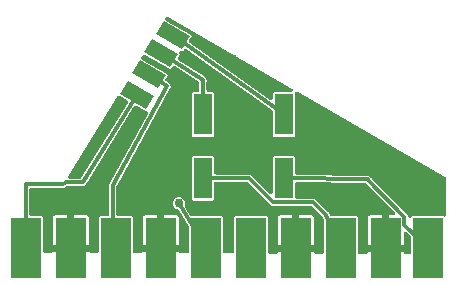
<source format=gbl>
G04 EAGLE Gerber RS-274X export*
G75*
%MOMM*%
%FSLAX34Y34*%
%LPD*%
%INBottom Copper*%
%IPPOS*%
%AMOC8*
5,1,8,0,0,1.08239X$1,22.5*%
G01*
%ADD10R,2.540000X5.080000*%
%ADD11R,1.600000X3.500000*%
%ADD12R,1.270000X2.540000*%
%ADD13C,0.299719*%
%ADD14C,0.756400*%

G36*
X266250Y10437D02*
X266250Y10437D01*
X266289Y10434D01*
X266421Y10456D01*
X266554Y10471D01*
X266591Y10484D01*
X266630Y10491D01*
X266753Y10542D01*
X266879Y10587D01*
X266913Y10608D01*
X266949Y10623D01*
X267057Y10702D01*
X267170Y10774D01*
X267197Y10803D01*
X267229Y10826D01*
X267316Y10927D01*
X267409Y11023D01*
X267430Y11057D01*
X267455Y11087D01*
X267517Y11206D01*
X267585Y11321D01*
X267597Y11358D01*
X267616Y11393D01*
X267649Y11523D01*
X267689Y11650D01*
X267692Y11690D01*
X267702Y11728D01*
X267715Y11930D01*
X267715Y38904D01*
X267710Y38948D01*
X267713Y38993D01*
X267690Y39120D01*
X267675Y39247D01*
X267660Y39289D01*
X267652Y39334D01*
X267581Y39524D01*
X266827Y41183D01*
X266740Y41326D01*
X266656Y41469D01*
X266651Y41475D01*
X266649Y41479D01*
X266639Y41488D01*
X266522Y41622D01*
X257529Y50615D01*
X257419Y50702D01*
X257313Y50794D01*
X257284Y50809D01*
X257258Y50830D01*
X257131Y50890D01*
X257007Y50954D01*
X256975Y50963D01*
X256945Y50977D01*
X256808Y51006D01*
X256672Y51040D01*
X256628Y51043D01*
X256607Y51048D01*
X256574Y51047D01*
X256470Y51054D01*
X223176Y51054D01*
X203092Y71138D01*
X202982Y71225D01*
X202876Y71317D01*
X202847Y71332D01*
X202821Y71353D01*
X202694Y71412D01*
X202570Y71477D01*
X202538Y71485D01*
X202508Y71499D01*
X202371Y71528D01*
X202235Y71563D01*
X202191Y71566D01*
X202170Y71570D01*
X202137Y71570D01*
X202033Y71577D01*
X176123Y71577D01*
X176087Y71573D01*
X176051Y71575D01*
X175916Y71553D01*
X175779Y71537D01*
X175745Y71525D01*
X175710Y71519D01*
X175583Y71466D01*
X175454Y71419D01*
X175424Y71400D01*
X175391Y71386D01*
X175280Y71306D01*
X175165Y71230D01*
X175140Y71204D01*
X175111Y71183D01*
X175021Y71080D01*
X174926Y70980D01*
X174908Y70949D01*
X174885Y70922D01*
X174821Y70801D01*
X174752Y70682D01*
X174741Y70648D01*
X174724Y70616D01*
X174690Y70483D01*
X174650Y70352D01*
X174647Y70316D01*
X174638Y70281D01*
X174625Y70079D01*
X174625Y56468D01*
X173732Y55575D01*
X156468Y55575D01*
X155575Y56468D01*
X155575Y92732D01*
X156468Y93625D01*
X173732Y93625D01*
X174625Y92732D01*
X174625Y79121D01*
X174629Y79085D01*
X174626Y79050D01*
X174649Y78914D01*
X174665Y78778D01*
X174677Y78744D01*
X174683Y78709D01*
X174735Y78582D01*
X174782Y78453D01*
X174802Y78423D01*
X174816Y78390D01*
X174896Y78278D01*
X174971Y78163D01*
X174997Y78139D01*
X175018Y78109D01*
X175122Y78020D01*
X175221Y77925D01*
X175252Y77907D01*
X175279Y77883D01*
X175401Y77820D01*
X175519Y77750D01*
X175554Y77740D01*
X175585Y77723D01*
X175718Y77689D01*
X175849Y77648D01*
X175885Y77646D01*
X175920Y77637D01*
X176123Y77623D01*
X205158Y77623D01*
X221598Y61183D01*
X221680Y61118D01*
X221756Y61046D01*
X221815Y61011D01*
X221869Y60968D01*
X221964Y60924D01*
X222054Y60871D01*
X222120Y60851D01*
X222182Y60822D01*
X222284Y60800D01*
X222384Y60769D01*
X222453Y60765D01*
X222520Y60750D01*
X222625Y60753D01*
X222729Y60746D01*
X222797Y60757D01*
X222866Y60759D01*
X222967Y60785D01*
X223070Y60802D01*
X223133Y60829D01*
X223200Y60846D01*
X223293Y60895D01*
X223389Y60935D01*
X223445Y60975D01*
X223506Y61007D01*
X223584Y61076D01*
X223669Y61137D01*
X223714Y61189D01*
X223766Y61235D01*
X223827Y61320D01*
X223895Y61399D01*
X223927Y61460D01*
X223967Y61516D01*
X224007Y61612D01*
X224056Y61705D01*
X224073Y61771D01*
X224099Y61835D01*
X224116Y61938D01*
X224142Y62040D01*
X224149Y62144D01*
X224154Y62176D01*
X224152Y62198D01*
X224155Y62242D01*
X224155Y92732D01*
X225048Y93625D01*
X242312Y93625D01*
X243205Y92732D01*
X243205Y78976D01*
X243208Y78950D01*
X243206Y78924D01*
X243207Y78918D01*
X243206Y78915D01*
X243213Y78878D01*
X243228Y78779D01*
X243245Y78633D01*
X243253Y78608D01*
X243257Y78582D01*
X243312Y78446D01*
X243362Y78308D01*
X243376Y78286D01*
X243386Y78262D01*
X243471Y78141D01*
X243551Y78018D01*
X243570Y78000D01*
X243585Y77979D01*
X243694Y77881D01*
X243801Y77780D01*
X243824Y77767D01*
X243843Y77749D01*
X243972Y77679D01*
X244099Y77605D01*
X244124Y77597D01*
X244147Y77585D01*
X244289Y77546D01*
X244429Y77503D01*
X244455Y77501D01*
X244481Y77495D01*
X244683Y77478D01*
X304809Y76683D01*
X304816Y76684D01*
X304829Y76683D01*
X306076Y76683D01*
X306945Y75791D01*
X306950Y75786D01*
X306959Y75777D01*
X307840Y74896D01*
X307838Y74733D01*
X307853Y74583D01*
X307864Y74434D01*
X307871Y74412D01*
X307873Y74389D01*
X307922Y74247D01*
X307967Y74104D01*
X307979Y74084D01*
X307986Y74062D01*
X308067Y73936D01*
X308143Y73807D01*
X308163Y73784D01*
X308171Y73771D01*
X308193Y73749D01*
X308276Y73654D01*
X338786Y43144D01*
X338786Y42298D01*
X338798Y42195D01*
X338800Y42090D01*
X338818Y42023D01*
X338826Y41955D01*
X338861Y41857D01*
X338888Y41756D01*
X338920Y41695D01*
X338943Y41630D01*
X339000Y41542D01*
X339049Y41450D01*
X339094Y41398D01*
X339132Y41341D01*
X339208Y41268D01*
X339276Y41190D01*
X339332Y41150D01*
X339382Y41102D01*
X339472Y41049D01*
X339557Y40988D01*
X339621Y40962D01*
X339680Y40927D01*
X339780Y40897D01*
X339877Y40857D01*
X339945Y40846D01*
X340011Y40826D01*
X340115Y40819D01*
X340218Y40802D01*
X340287Y40807D01*
X340355Y40802D01*
X340458Y40819D01*
X340563Y40827D01*
X340629Y40847D01*
X340696Y40858D01*
X340793Y40899D01*
X340893Y40930D01*
X340952Y40965D01*
X341015Y40991D01*
X341100Y41052D01*
X341190Y41106D01*
X341269Y41175D01*
X341295Y41194D01*
X341310Y41210D01*
X341343Y41239D01*
X342268Y42165D01*
X369046Y42165D01*
X369134Y42114D01*
X369193Y42097D01*
X369248Y42071D01*
X369358Y42048D01*
X369466Y42016D01*
X369526Y42012D01*
X369586Y42000D01*
X369699Y42003D01*
X369811Y41996D01*
X369871Y42007D01*
X369932Y42008D01*
X370040Y42037D01*
X370151Y42056D01*
X370207Y42080D01*
X370266Y42095D01*
X370365Y42148D01*
X370469Y42192D01*
X370518Y42228D01*
X370571Y42257D01*
X370656Y42331D01*
X370747Y42398D01*
X370786Y42444D01*
X370832Y42484D01*
X370897Y42576D01*
X370970Y42661D01*
X370998Y42716D01*
X371033Y42765D01*
X371076Y42869D01*
X371127Y42969D01*
X371142Y43028D01*
X371165Y43085D01*
X371183Y43195D01*
X371209Y43305D01*
X371214Y43394D01*
X371220Y43426D01*
X371218Y43451D01*
X371221Y43507D01*
X370894Y74257D01*
X370875Y74410D01*
X370859Y74563D01*
X370853Y74581D01*
X370851Y74599D01*
X370797Y74744D01*
X370746Y74890D01*
X370736Y74906D01*
X370730Y74923D01*
X370645Y75051D01*
X370562Y75182D01*
X370548Y75195D01*
X370538Y75211D01*
X370425Y75316D01*
X370315Y75424D01*
X370295Y75437D01*
X370285Y75446D01*
X370261Y75461D01*
X370147Y75537D01*
X245453Y147694D01*
X245377Y147727D01*
X245306Y147769D01*
X245268Y147780D01*
X245253Y147788D01*
X245210Y147799D01*
X245136Y147831D01*
X245055Y147846D01*
X244976Y147870D01*
X244885Y147876D01*
X244796Y147893D01*
X244713Y147888D01*
X244631Y147894D01*
X244541Y147879D01*
X244450Y147874D01*
X244371Y147851D01*
X244290Y147837D01*
X244206Y147803D01*
X244119Y147777D01*
X244047Y147736D01*
X243971Y147705D01*
X243897Y147651D01*
X243818Y147606D01*
X243758Y147550D01*
X243751Y147546D01*
X243745Y147542D01*
X243743Y147540D01*
X243691Y147502D01*
X243631Y147433D01*
X243565Y147372D01*
X243521Y147307D01*
X243506Y147291D01*
X243502Y147284D01*
X243465Y147241D01*
X243422Y147160D01*
X243372Y147085D01*
X243347Y147020D01*
X243332Y146993D01*
X243327Y146977D01*
X243304Y146935D01*
X243282Y146847D01*
X243250Y146762D01*
X243242Y146702D01*
X243230Y146663D01*
X243228Y146638D01*
X243218Y146600D01*
X243208Y146440D01*
X243205Y146419D01*
X243206Y146411D01*
X243205Y146398D01*
X243205Y110468D01*
X242312Y109575D01*
X225048Y109575D01*
X224155Y110468D01*
X224155Y130904D01*
X224145Y130995D01*
X224144Y131087D01*
X224125Y131166D01*
X224115Y131247D01*
X224084Y131333D01*
X224063Y131423D01*
X224026Y131495D01*
X223998Y131572D01*
X223948Y131649D01*
X223906Y131731D01*
X223854Y131793D01*
X223809Y131862D01*
X223743Y131925D01*
X223684Y131995D01*
X223580Y132080D01*
X223559Y132100D01*
X223547Y132107D01*
X223527Y132124D01*
X151161Y183699D01*
X151067Y183751D01*
X150977Y183811D01*
X150916Y183834D01*
X150858Y183866D01*
X150755Y183895D01*
X150654Y183933D01*
X150588Y183941D01*
X150525Y183959D01*
X150418Y183963D01*
X150311Y183977D01*
X150246Y183971D01*
X150180Y183973D01*
X150074Y183953D01*
X149967Y183942D01*
X149905Y183920D01*
X149840Y183908D01*
X149742Y183864D01*
X149641Y183829D01*
X149585Y183794D01*
X149525Y183767D01*
X149440Y183701D01*
X149349Y183644D01*
X149303Y183597D01*
X149251Y183557D01*
X149182Y183474D01*
X149107Y183397D01*
X149052Y183315D01*
X149031Y183290D01*
X149021Y183269D01*
X148994Y183229D01*
X148528Y182421D01*
X147308Y182095D01*
X147229Y182140D01*
X147133Y182182D01*
X147041Y182232D01*
X147028Y182236D01*
X147022Y182239D01*
X146972Y182251D01*
X146912Y182277D01*
X146809Y182296D01*
X146708Y182323D01*
X146688Y182324D01*
X146687Y182324D01*
X146624Y182329D01*
X146571Y182338D01*
X146524Y182336D01*
X146485Y182338D01*
X146481Y182338D01*
X146440Y182333D01*
X146363Y182336D01*
X146295Y182323D01*
X146226Y182319D01*
X146166Y182302D01*
X146137Y182298D01*
X146100Y182285D01*
X146023Y182270D01*
X145961Y182241D01*
X145895Y182222D01*
X145840Y182191D01*
X145812Y182181D01*
X145779Y182159D01*
X145709Y182127D01*
X145654Y182085D01*
X145594Y182051D01*
X145549Y182009D01*
X145523Y181992D01*
X145494Y181962D01*
X145435Y181916D01*
X145392Y181863D01*
X145341Y181816D01*
X145307Y181766D01*
X145285Y181742D01*
X145262Y181704D01*
X145217Y181648D01*
X145187Y181586D01*
X145148Y181529D01*
X145128Y181475D01*
X145110Y181444D01*
X145096Y181399D01*
X145066Y181337D01*
X145051Y181270D01*
X145027Y181206D01*
X145020Y181151D01*
X145008Y181113D01*
X145005Y181064D01*
X144990Y181000D01*
X144991Y180931D01*
X144982Y180863D01*
X144987Y180812D01*
X144985Y180769D01*
X144993Y180715D01*
X144994Y180654D01*
X145014Y180552D01*
X145018Y180519D01*
X145025Y180499D01*
X145033Y180455D01*
X145350Y179274D01*
X143747Y176497D01*
X143746Y176497D01*
X143614Y176189D01*
X143609Y176180D01*
X143549Y175839D01*
X143563Y175581D01*
X143567Y175495D01*
X143582Y175445D01*
X143615Y175333D01*
X143665Y175163D01*
X143787Y174949D01*
X143836Y174863D01*
X143836Y174862D01*
X144071Y174609D01*
X144234Y174488D01*
X165618Y160741D01*
X165756Y160674D01*
X165891Y160603D01*
X165910Y160598D01*
X165928Y160589D01*
X166078Y160555D01*
X166225Y160517D01*
X166252Y160515D01*
X166265Y160512D01*
X166294Y160512D01*
X166347Y160509D01*
X166894Y159961D01*
X166941Y159925D01*
X166981Y159881D01*
X167143Y159760D01*
X167800Y159338D01*
X167822Y159275D01*
X167867Y159129D01*
X167878Y159112D01*
X167884Y159093D01*
X167966Y158963D01*
X168043Y158832D01*
X168060Y158812D01*
X168068Y158800D01*
X168089Y158780D01*
X168123Y158740D01*
X168123Y157966D01*
X168130Y157907D01*
X168128Y157848D01*
X168158Y157648D01*
X168323Y156885D01*
X168294Y156825D01*
X168223Y156689D01*
X168218Y156670D01*
X168209Y156652D01*
X168175Y156503D01*
X168137Y156355D01*
X168135Y156329D01*
X168132Y156315D01*
X168132Y156286D01*
X168123Y156152D01*
X168123Y149123D01*
X168127Y149087D01*
X168125Y149051D01*
X168147Y148916D01*
X168163Y148779D01*
X168175Y148745D01*
X168181Y148710D01*
X168234Y148583D01*
X168281Y148454D01*
X168300Y148424D01*
X168314Y148391D01*
X168394Y148280D01*
X168470Y148165D01*
X168496Y148140D01*
X168517Y148111D01*
X168620Y148021D01*
X168720Y147926D01*
X168751Y147908D01*
X168778Y147885D01*
X168899Y147821D01*
X169018Y147752D01*
X169052Y147741D01*
X169084Y147724D01*
X169217Y147690D01*
X169348Y147650D01*
X169384Y147647D01*
X169419Y147638D01*
X169621Y147625D01*
X173732Y147625D01*
X174625Y146732D01*
X174625Y110468D01*
X173732Y109575D01*
X156468Y109575D01*
X155575Y110468D01*
X155575Y146732D01*
X156468Y147625D01*
X160579Y147625D01*
X160615Y147629D01*
X160650Y147626D01*
X160786Y147649D01*
X160922Y147665D01*
X160956Y147677D01*
X160991Y147683D01*
X161118Y147735D01*
X161247Y147782D01*
X161277Y147802D01*
X161310Y147816D01*
X161422Y147896D01*
X161537Y147971D01*
X161561Y147997D01*
X161591Y148018D01*
X161680Y148122D01*
X161775Y148221D01*
X161793Y148252D01*
X161817Y148279D01*
X161880Y148401D01*
X161950Y148519D01*
X161960Y148554D01*
X161977Y148585D01*
X162011Y148718D01*
X162052Y148849D01*
X162054Y148885D01*
X162063Y148920D01*
X162077Y149123D01*
X162077Y155012D01*
X162062Y155138D01*
X162055Y155265D01*
X162042Y155309D01*
X162037Y155355D01*
X161993Y155475D01*
X161958Y155597D01*
X161935Y155637D01*
X161919Y155680D01*
X161850Y155787D01*
X161787Y155897D01*
X161756Y155931D01*
X161730Y155969D01*
X161638Y156057D01*
X161552Y156151D01*
X161501Y156189D01*
X161480Y156208D01*
X161453Y156224D01*
X161389Y156272D01*
X141327Y169168D01*
X141263Y169200D01*
X141203Y169240D01*
X141109Y169276D01*
X141017Y169320D01*
X140947Y169336D01*
X140880Y169362D01*
X140779Y169375D01*
X140680Y169397D01*
X140608Y169397D01*
X140537Y169406D01*
X140436Y169396D01*
X140335Y169395D01*
X140265Y169378D01*
X140193Y169371D01*
X140098Y169338D01*
X139999Y169314D01*
X139935Y169281D01*
X139867Y169258D01*
X139781Y169203D01*
X139690Y169157D01*
X139636Y169111D01*
X139575Y169073D01*
X139504Y169000D01*
X139426Y168934D01*
X139383Y168877D01*
X139333Y168826D01*
X139220Y168657D01*
X138368Y167181D01*
X137148Y166855D01*
X116014Y179056D01*
X116000Y179062D01*
X115988Y179071D01*
X115841Y179131D01*
X115697Y179193D01*
X115682Y179196D01*
X115668Y179202D01*
X115512Y179226D01*
X115357Y179254D01*
X115342Y179253D01*
X115326Y179256D01*
X115168Y179244D01*
X115012Y179235D01*
X114997Y179231D01*
X114982Y179230D01*
X114831Y179182D01*
X114680Y179138D01*
X114667Y179130D01*
X114652Y179126D01*
X114517Y179045D01*
X114380Y178967D01*
X114368Y178957D01*
X114355Y178949D01*
X114242Y178840D01*
X114126Y178732D01*
X114118Y178719D01*
X114107Y178709D01*
X113989Y178544D01*
X113081Y177067D01*
X113057Y177016D01*
X113026Y176968D01*
X112985Y176859D01*
X112935Y176754D01*
X112924Y176698D01*
X112904Y176645D01*
X112889Y176530D01*
X112865Y176415D01*
X112867Y176359D01*
X112859Y176302D01*
X112871Y176186D01*
X112874Y176070D01*
X112889Y176015D01*
X112895Y175959D01*
X112933Y175849D01*
X112963Y175736D01*
X112989Y175686D01*
X113008Y175632D01*
X113070Y175534D01*
X113125Y175431D01*
X113162Y175388D01*
X113193Y175340D01*
X113276Y175258D01*
X113353Y175171D01*
X113399Y175138D01*
X113440Y175098D01*
X113608Y174985D01*
X134863Y162714D01*
X135190Y161494D01*
X133457Y158493D01*
X133393Y158346D01*
X133327Y158200D01*
X133325Y158187D01*
X133320Y158176D01*
X133292Y158018D01*
X133261Y157860D01*
X133262Y157848D01*
X133259Y157836D01*
X133268Y157676D01*
X133274Y157515D01*
X133277Y157503D01*
X133278Y157491D01*
X133323Y157337D01*
X133366Y157182D01*
X133372Y157171D01*
X133376Y157159D01*
X133455Y157019D01*
X133532Y156879D01*
X133540Y156870D01*
X133546Y156859D01*
X133656Y156740D01*
X133763Y156622D01*
X133775Y156612D01*
X133781Y156605D01*
X133800Y156593D01*
X133924Y156498D01*
X136130Y155027D01*
X136159Y155012D01*
X136244Y154958D01*
X137262Y154403D01*
X137272Y154386D01*
X137316Y154336D01*
X137545Y153190D01*
X137555Y153158D01*
X137577Y153061D01*
X137904Y151948D01*
X137899Y151929D01*
X137895Y151863D01*
X137247Y150890D01*
X137232Y150860D01*
X137178Y150776D01*
X92106Y68144D01*
X92069Y68052D01*
X92023Y67964D01*
X92005Y67893D01*
X91977Y67824D01*
X91962Y67726D01*
X91937Y67630D01*
X91929Y67514D01*
X91924Y67482D01*
X91926Y67464D01*
X91923Y67427D01*
X91923Y43663D01*
X91927Y43627D01*
X91925Y43591D01*
X91947Y43456D01*
X91963Y43319D01*
X91975Y43285D01*
X91981Y43250D01*
X92034Y43123D01*
X92081Y42994D01*
X92100Y42964D01*
X92114Y42931D01*
X92194Y42820D01*
X92270Y42705D01*
X92296Y42680D01*
X92317Y42651D01*
X92420Y42561D01*
X92520Y42466D01*
X92551Y42448D01*
X92578Y42425D01*
X92699Y42361D01*
X92818Y42292D01*
X92852Y42281D01*
X92884Y42264D01*
X93017Y42230D01*
X93148Y42190D01*
X93184Y42187D01*
X93219Y42178D01*
X93421Y42165D01*
X104772Y42165D01*
X105665Y41272D01*
X105665Y12679D01*
X105668Y12646D01*
X105666Y12614D01*
X105688Y12475D01*
X105705Y12335D01*
X105716Y12305D01*
X105721Y12273D01*
X105774Y12143D01*
X105822Y12010D01*
X105840Y11983D01*
X105852Y11953D01*
X105934Y11839D01*
X106011Y11721D01*
X106034Y11699D01*
X106053Y11672D01*
X106159Y11580D01*
X106261Y11482D01*
X106289Y11466D01*
X106313Y11445D01*
X106438Y11379D01*
X106559Y11308D01*
X106590Y11298D01*
X106619Y11283D01*
X106755Y11247D01*
X106889Y11206D01*
X106922Y11204D01*
X106953Y11196D01*
X107156Y11181D01*
X112794Y11154D01*
X112834Y11159D01*
X112873Y11156D01*
X113005Y11178D01*
X113138Y11193D01*
X113175Y11206D01*
X113214Y11212D01*
X113337Y11264D01*
X113463Y11308D01*
X113497Y11330D01*
X113533Y11345D01*
X113641Y11423D01*
X113754Y11496D01*
X113781Y11524D01*
X113813Y11548D01*
X113900Y11648D01*
X113993Y11745D01*
X114014Y11779D01*
X114039Y11809D01*
X114101Y11927D01*
X114169Y12042D01*
X114181Y12080D01*
X114200Y12115D01*
X114233Y12244D01*
X128041Y12244D01*
X128077Y12248D01*
X128113Y12245D01*
X128248Y12268D01*
X128385Y12283D01*
X128418Y12296D01*
X128454Y12302D01*
X128580Y12354D01*
X128710Y12401D01*
X128740Y12421D01*
X128773Y12434D01*
X128884Y12515D01*
X128999Y12590D01*
X129024Y12616D01*
X129053Y12637D01*
X129143Y12740D01*
X129237Y12840D01*
X129256Y12871D01*
X129279Y12898D01*
X129343Y13020D01*
X129412Y13138D01*
X129423Y13173D01*
X129440Y13204D01*
X129474Y13337D01*
X129514Y13468D01*
X129516Y13504D01*
X129525Y13539D01*
X129539Y13741D01*
X129539Y15241D01*
X129541Y15241D01*
X129541Y13741D01*
X129545Y13706D01*
X129543Y13670D01*
X129565Y13534D01*
X129581Y13398D01*
X129593Y13364D01*
X129599Y13329D01*
X129652Y13202D01*
X129698Y13073D01*
X129718Y13043D01*
X129732Y13010D01*
X129812Y12899D01*
X129887Y12784D01*
X129913Y12759D01*
X129934Y12730D01*
X130038Y12640D01*
X130137Y12545D01*
X130168Y12527D01*
X130195Y12504D01*
X130317Y12440D01*
X130435Y12371D01*
X130470Y12360D01*
X130502Y12343D01*
X130634Y12309D01*
X130766Y12269D01*
X130801Y12266D01*
X130836Y12257D01*
X131039Y12244D01*
X144810Y12244D01*
X144821Y12151D01*
X144832Y12121D01*
X144837Y12089D01*
X144890Y11959D01*
X144938Y11826D01*
X144956Y11799D01*
X144968Y11769D01*
X145050Y11655D01*
X145127Y11537D01*
X145150Y11515D01*
X145169Y11488D01*
X145275Y11396D01*
X145377Y11298D01*
X145405Y11282D01*
X145429Y11261D01*
X145554Y11195D01*
X145675Y11124D01*
X145706Y11114D01*
X145735Y11099D01*
X145871Y11063D01*
X146005Y11022D01*
X146038Y11020D01*
X146069Y11012D01*
X146272Y10997D01*
X151910Y10970D01*
X151950Y10975D01*
X151989Y10972D01*
X152121Y10994D01*
X152254Y11009D01*
X152291Y11022D01*
X152330Y11028D01*
X152453Y11080D01*
X152579Y11124D01*
X152613Y11146D01*
X152649Y11161D01*
X152757Y11239D01*
X152870Y11312D01*
X152897Y11340D01*
X152929Y11364D01*
X153016Y11464D01*
X153109Y11561D01*
X153130Y11595D01*
X153155Y11625D01*
X153217Y11743D01*
X153285Y11858D01*
X153297Y11896D01*
X153316Y11931D01*
X153349Y12060D01*
X153389Y12188D01*
X153392Y12228D01*
X153402Y12266D01*
X153415Y12468D01*
X153415Y32657D01*
X153400Y32786D01*
X153393Y32915D01*
X153380Y32957D01*
X153375Y33000D01*
X153331Y33122D01*
X153294Y33247D01*
X153267Y33300D01*
X153258Y33325D01*
X153241Y33352D01*
X153202Y33427D01*
X144875Y47306D01*
X144783Y47426D01*
X144695Y47547D01*
X144678Y47562D01*
X144664Y47580D01*
X144547Y47675D01*
X144433Y47773D01*
X144413Y47784D01*
X144396Y47798D01*
X144260Y47864D01*
X144127Y47934D01*
X144105Y47939D01*
X144085Y47949D01*
X143938Y47982D01*
X143793Y48020D01*
X143763Y48022D01*
X143748Y48025D01*
X143745Y48025D01*
X141774Y48841D01*
X140281Y50334D01*
X139473Y52284D01*
X139473Y54396D01*
X140281Y56346D01*
X141774Y57839D01*
X143724Y58647D01*
X145836Y58647D01*
X147786Y57839D01*
X149279Y56346D01*
X150087Y54396D01*
X150087Y52284D01*
X149907Y51850D01*
X149885Y51775D01*
X149855Y51703D01*
X149838Y51609D01*
X149812Y51517D01*
X149809Y51440D01*
X149795Y51363D01*
X149801Y51267D01*
X149796Y51172D01*
X149811Y51096D01*
X149815Y51018D01*
X149842Y50926D01*
X149860Y50833D01*
X149892Y50761D01*
X149914Y50687D01*
X149994Y50530D01*
X150000Y50517D01*
X150003Y50513D01*
X150006Y50506D01*
X154575Y42892D01*
X154666Y42773D01*
X154754Y42651D01*
X154772Y42636D01*
X154785Y42618D01*
X154902Y42523D01*
X155016Y42425D01*
X155036Y42414D01*
X155053Y42400D01*
X155189Y42334D01*
X155322Y42264D01*
X155344Y42259D01*
X155364Y42249D01*
X155511Y42216D01*
X155657Y42178D01*
X155686Y42176D01*
X155701Y42173D01*
X155732Y42173D01*
X155859Y42165D01*
X180972Y42165D01*
X181865Y41272D01*
X181865Y12320D01*
X181868Y12288D01*
X181866Y12256D01*
X181888Y12117D01*
X181905Y11977D01*
X181916Y11946D01*
X181921Y11914D01*
X181974Y11784D01*
X182022Y11652D01*
X182040Y11625D01*
X182052Y11595D01*
X182134Y11480D01*
X182211Y11362D01*
X182234Y11340D01*
X182253Y11314D01*
X182359Y11221D01*
X182461Y11124D01*
X182489Y11108D01*
X182513Y11086D01*
X182638Y11020D01*
X182759Y10949D01*
X182790Y10940D01*
X182819Y10925D01*
X182955Y10889D01*
X183089Y10847D01*
X183122Y10845D01*
X183153Y10837D01*
X183356Y10822D01*
X190010Y10791D01*
X190050Y10795D01*
X190089Y10793D01*
X190221Y10815D01*
X190354Y10829D01*
X190391Y10843D01*
X190430Y10849D01*
X190553Y10900D01*
X190679Y10945D01*
X190713Y10967D01*
X190749Y10982D01*
X190857Y11060D01*
X190970Y11133D01*
X190997Y11161D01*
X191029Y11184D01*
X191116Y11285D01*
X191209Y11382D01*
X191230Y11416D01*
X191255Y11446D01*
X191317Y11564D01*
X191385Y11679D01*
X191397Y11717D01*
X191416Y11752D01*
X191449Y11881D01*
X191489Y12009D01*
X191492Y12048D01*
X191502Y12086D01*
X191515Y12289D01*
X191515Y41272D01*
X192408Y42165D01*
X219072Y42165D01*
X219965Y41272D01*
X219965Y12141D01*
X219968Y12109D01*
X219966Y12076D01*
X219988Y11938D01*
X220005Y11798D01*
X220016Y11767D01*
X220021Y11735D01*
X220074Y11605D01*
X220122Y11473D01*
X220140Y11446D01*
X220152Y11416D01*
X220234Y11301D01*
X220311Y11183D01*
X220334Y11161D01*
X220353Y11134D01*
X220459Y11042D01*
X220561Y10945D01*
X220589Y10928D01*
X220613Y10907D01*
X220738Y10841D01*
X220859Y10770D01*
X220890Y10760D01*
X220919Y10745D01*
X221055Y10710D01*
X221189Y10668D01*
X221222Y10666D01*
X221253Y10658D01*
X221456Y10643D01*
X227094Y10617D01*
X227134Y10621D01*
X227173Y10618D01*
X227305Y10640D01*
X227438Y10655D01*
X227475Y10668D01*
X227514Y10675D01*
X227637Y10726D01*
X227763Y10771D01*
X227797Y10792D01*
X227833Y10807D01*
X227941Y10886D01*
X228054Y10958D01*
X228081Y10987D01*
X228113Y11010D01*
X228200Y11111D01*
X228293Y11207D01*
X228314Y11241D01*
X228339Y11271D01*
X228401Y11390D01*
X228469Y11505D01*
X228481Y11542D01*
X228500Y11577D01*
X228533Y11707D01*
X228573Y11834D01*
X228576Y11874D01*
X228586Y11912D01*
X228599Y12114D01*
X228599Y12244D01*
X242341Y12244D01*
X242377Y12248D01*
X242413Y12245D01*
X242548Y12268D01*
X242685Y12283D01*
X242718Y12296D01*
X242754Y12302D01*
X242880Y12354D01*
X243010Y12401D01*
X243040Y12421D01*
X243073Y12434D01*
X243184Y12515D01*
X243299Y12590D01*
X243324Y12616D01*
X243353Y12637D01*
X243443Y12740D01*
X243537Y12840D01*
X243556Y12871D01*
X243579Y12898D01*
X243643Y13020D01*
X243712Y13138D01*
X243723Y13173D01*
X243740Y13204D01*
X243774Y13337D01*
X243814Y13468D01*
X243816Y13504D01*
X243825Y13539D01*
X243839Y13741D01*
X243839Y15241D01*
X243841Y15241D01*
X243841Y13741D01*
X243845Y13706D01*
X243843Y13670D01*
X243865Y13534D01*
X243881Y13398D01*
X243893Y13364D01*
X243899Y13329D01*
X243952Y13202D01*
X243998Y13073D01*
X244018Y13043D01*
X244032Y13010D01*
X244112Y12899D01*
X244187Y12784D01*
X244213Y12759D01*
X244234Y12730D01*
X244338Y12640D01*
X244437Y12545D01*
X244468Y12527D01*
X244495Y12504D01*
X244617Y12440D01*
X244735Y12371D01*
X244770Y12360D01*
X244802Y12343D01*
X244934Y12309D01*
X245066Y12269D01*
X245101Y12266D01*
X245136Y12257D01*
X245339Y12244D01*
X259081Y12244D01*
X259081Y11957D01*
X259084Y11925D01*
X259082Y11892D01*
X259104Y11754D01*
X259121Y11614D01*
X259132Y11583D01*
X259137Y11551D01*
X259190Y11421D01*
X259238Y11289D01*
X259256Y11262D01*
X259268Y11232D01*
X259350Y11117D01*
X259427Y10999D01*
X259450Y10977D01*
X259469Y10950D01*
X259575Y10858D01*
X259677Y10761D01*
X259705Y10744D01*
X259729Y10723D01*
X259854Y10657D01*
X259975Y10586D01*
X260006Y10576D01*
X260035Y10561D01*
X260171Y10526D01*
X260305Y10484D01*
X260338Y10482D01*
X260369Y10474D01*
X260572Y10459D01*
X266210Y10433D01*
X266250Y10437D01*
G37*
G36*
X75750Y11333D02*
X75750Y11333D01*
X75789Y11330D01*
X75921Y11352D01*
X76054Y11367D01*
X76091Y11380D01*
X76130Y11387D01*
X76253Y11438D01*
X76379Y11483D01*
X76413Y11504D01*
X76449Y11520D01*
X76557Y11598D01*
X76670Y11670D01*
X76697Y11699D01*
X76729Y11722D01*
X76816Y11823D01*
X76909Y11919D01*
X76930Y11953D01*
X76955Y11983D01*
X77017Y12102D01*
X77085Y12217D01*
X77097Y12254D01*
X77116Y12289D01*
X77149Y12419D01*
X77189Y12546D01*
X77192Y12586D01*
X77202Y12624D01*
X77215Y12827D01*
X77215Y41272D01*
X78108Y42165D01*
X84379Y42165D01*
X84415Y42169D01*
X84450Y42166D01*
X84586Y42189D01*
X84722Y42205D01*
X84756Y42217D01*
X84791Y42223D01*
X84918Y42275D01*
X85047Y42322D01*
X85077Y42342D01*
X85110Y42356D01*
X85222Y42436D01*
X85337Y42511D01*
X85361Y42537D01*
X85391Y42558D01*
X85480Y42662D01*
X85575Y42761D01*
X85593Y42792D01*
X85617Y42819D01*
X85680Y42941D01*
X85750Y43059D01*
X85760Y43094D01*
X85777Y43125D01*
X85811Y43258D01*
X85852Y43389D01*
X85854Y43425D01*
X85863Y43460D01*
X85877Y43663D01*
X85877Y67929D01*
X85864Y68041D01*
X85860Y68153D01*
X85841Y68240D01*
X85837Y68272D01*
X85828Y68296D01*
X85816Y68351D01*
X85646Y68928D01*
X85694Y69016D01*
X85731Y69108D01*
X85777Y69196D01*
X85795Y69267D01*
X85823Y69336D01*
X85838Y69434D01*
X85863Y69530D01*
X85871Y69646D01*
X85876Y69678D01*
X85874Y69696D01*
X85877Y69733D01*
X85877Y69832D01*
X86302Y70257D01*
X86372Y70346D01*
X86449Y70428D01*
X86496Y70503D01*
X86516Y70528D01*
X86527Y70552D01*
X86558Y70599D01*
X118476Y129116D01*
X118508Y129196D01*
X118549Y129272D01*
X118572Y129356D01*
X118605Y129436D01*
X118618Y129522D01*
X118641Y129605D01*
X118644Y129692D01*
X118658Y129778D01*
X118651Y129864D01*
X118654Y129950D01*
X118637Y130036D01*
X118630Y130122D01*
X118604Y130205D01*
X118587Y130289D01*
X118551Y130369D01*
X118525Y130451D01*
X118480Y130525D01*
X118445Y130604D01*
X118392Y130673D01*
X118347Y130748D01*
X118287Y130809D01*
X118234Y130878D01*
X118166Y130933D01*
X118106Y130995D01*
X118033Y131041D01*
X117966Y131096D01*
X117888Y131134D01*
X117814Y131181D01*
X117733Y131209D01*
X117655Y131247D01*
X117570Y131266D01*
X117488Y131295D01*
X117402Y131304D01*
X117318Y131323D01*
X117231Y131322D01*
X117144Y131331D01*
X117059Y131320D01*
X116972Y131319D01*
X116833Y131292D01*
X108941Y135848D01*
X108930Y135853D01*
X108920Y135860D01*
X108770Y135922D01*
X108624Y135985D01*
X108612Y135987D01*
X108601Y135992D01*
X108441Y136018D01*
X108284Y136046D01*
X108272Y136045D01*
X108260Y136047D01*
X108099Y136036D01*
X107939Y136027D01*
X107927Y136024D01*
X107915Y136023D01*
X107760Y135975D01*
X107607Y135930D01*
X107597Y135924D01*
X107585Y135920D01*
X107446Y135838D01*
X107307Y135759D01*
X107298Y135751D01*
X107287Y135745D01*
X107171Y135633D01*
X107053Y135524D01*
X107047Y135514D01*
X107038Y135506D01*
X106920Y135341D01*
X66749Y70621D01*
X66688Y70493D01*
X66623Y70368D01*
X66615Y70337D01*
X66601Y70308D01*
X66572Y70170D01*
X66537Y70033D01*
X66534Y69991D01*
X66530Y69970D01*
X66531Y69937D01*
X66526Y69870D01*
X66007Y69351D01*
X65963Y69296D01*
X65912Y69247D01*
X65793Y69082D01*
X65405Y68456D01*
X65311Y68422D01*
X65176Y68380D01*
X65149Y68364D01*
X65119Y68353D01*
X65000Y68276D01*
X64879Y68204D01*
X64847Y68176D01*
X64829Y68165D01*
X64822Y68157D01*
X64820Y68156D01*
X64803Y68138D01*
X64756Y68097D01*
X64022Y68097D01*
X63952Y68089D01*
X63881Y68090D01*
X63681Y68057D01*
X62963Y67889D01*
X62873Y67932D01*
X62748Y67997D01*
X62717Y68005D01*
X62688Y68019D01*
X62550Y68048D01*
X62413Y68083D01*
X62371Y68086D01*
X62350Y68090D01*
X62317Y68089D01*
X62211Y68097D01*
X50234Y68097D01*
X50095Y68081D01*
X49955Y68070D01*
X49923Y68061D01*
X49891Y68057D01*
X49759Y68009D01*
X49625Y67967D01*
X49597Y67951D01*
X49566Y67939D01*
X49448Y67863D01*
X49327Y67791D01*
X49294Y67762D01*
X49276Y67750D01*
X49253Y67727D01*
X49175Y67658D01*
X48115Y66598D01*
X19761Y66598D01*
X19725Y66594D01*
X19690Y66596D01*
X19554Y66574D01*
X19418Y66558D01*
X19384Y66546D01*
X19349Y66540D01*
X19222Y66487D01*
X19093Y66441D01*
X19063Y66421D01*
X19030Y66407D01*
X18918Y66327D01*
X18803Y66252D01*
X18779Y66226D01*
X18749Y66205D01*
X18660Y66101D01*
X18565Y66002D01*
X18547Y65971D01*
X18523Y65943D01*
X18460Y65822D01*
X18390Y65704D01*
X18380Y65669D01*
X18363Y65637D01*
X18329Y65505D01*
X18288Y65373D01*
X18286Y65337D01*
X18277Y65303D01*
X18263Y65100D01*
X18263Y43663D01*
X18267Y43627D01*
X18265Y43591D01*
X18287Y43456D01*
X18303Y43319D01*
X18315Y43285D01*
X18321Y43250D01*
X18374Y43123D01*
X18421Y42994D01*
X18440Y42964D01*
X18454Y42931D01*
X18534Y42820D01*
X18610Y42705D01*
X18636Y42680D01*
X18657Y42651D01*
X18760Y42561D01*
X18860Y42466D01*
X18891Y42448D01*
X18918Y42425D01*
X19039Y42361D01*
X19158Y42292D01*
X19192Y42281D01*
X19224Y42264D01*
X19357Y42230D01*
X19488Y42190D01*
X19524Y42187D01*
X19559Y42178D01*
X19761Y42165D01*
X28572Y42165D01*
X29465Y41272D01*
X29465Y13037D01*
X29467Y13018D01*
X29466Y13010D01*
X29468Y13000D01*
X29466Y12972D01*
X29488Y12834D01*
X29505Y12694D01*
X29516Y12663D01*
X29521Y12631D01*
X29574Y12501D01*
X29622Y12369D01*
X29640Y12342D01*
X29652Y12312D01*
X29734Y12197D01*
X29811Y12079D01*
X29834Y12057D01*
X29853Y12031D01*
X29959Y11938D01*
X30061Y11841D01*
X30089Y11825D01*
X30113Y11803D01*
X30238Y11737D01*
X30359Y11666D01*
X30390Y11657D01*
X30419Y11641D01*
X30555Y11606D01*
X30689Y11564D01*
X30722Y11562D01*
X30753Y11554D01*
X30956Y11539D01*
X36594Y11513D01*
X36634Y11517D01*
X36673Y11514D01*
X36805Y11536D01*
X36938Y11551D01*
X36975Y11564D01*
X37014Y11571D01*
X37137Y11622D01*
X37263Y11667D01*
X37297Y11688D01*
X37333Y11704D01*
X37441Y11782D01*
X37554Y11854D01*
X37581Y11883D01*
X37613Y11906D01*
X37700Y12007D01*
X37793Y12103D01*
X37814Y12137D01*
X37839Y12167D01*
X37879Y12244D01*
X51841Y12244D01*
X51877Y12248D01*
X51913Y12245D01*
X52048Y12268D01*
X52185Y12283D01*
X52218Y12296D01*
X52254Y12302D01*
X52380Y12354D01*
X52510Y12401D01*
X52540Y12421D01*
X52573Y12434D01*
X52684Y12515D01*
X52799Y12590D01*
X52824Y12616D01*
X52853Y12637D01*
X52943Y12740D01*
X53037Y12840D01*
X53056Y12871D01*
X53079Y12898D01*
X53143Y13020D01*
X53212Y13138D01*
X53223Y13173D01*
X53240Y13204D01*
X53274Y13337D01*
X53314Y13468D01*
X53316Y13504D01*
X53325Y13539D01*
X53339Y13741D01*
X53339Y15241D01*
X53341Y15241D01*
X53341Y13741D01*
X53345Y13706D01*
X53343Y13670D01*
X53365Y13534D01*
X53381Y13398D01*
X53393Y13364D01*
X53399Y13329D01*
X53452Y13202D01*
X53498Y13073D01*
X53518Y13043D01*
X53532Y13010D01*
X53612Y12899D01*
X53687Y12784D01*
X53713Y12759D01*
X53734Y12730D01*
X53838Y12640D01*
X53937Y12545D01*
X53968Y12527D01*
X53995Y12504D01*
X54117Y12440D01*
X54235Y12371D01*
X54270Y12360D01*
X54302Y12343D01*
X54434Y12309D01*
X54566Y12269D01*
X54601Y12266D01*
X54636Y12257D01*
X54839Y12244D01*
X68717Y12244D01*
X68738Y12185D01*
X68756Y12158D01*
X68768Y12128D01*
X68850Y12013D01*
X68927Y11895D01*
X68950Y11873D01*
X68969Y11847D01*
X69075Y11754D01*
X69177Y11657D01*
X69205Y11641D01*
X69229Y11619D01*
X69354Y11553D01*
X69475Y11482D01*
X69506Y11473D01*
X69535Y11457D01*
X69671Y11422D01*
X69805Y11380D01*
X69838Y11378D01*
X69869Y11370D01*
X70072Y11355D01*
X75710Y11329D01*
X75750Y11333D01*
G37*
G36*
X339910Y10091D02*
X339910Y10091D01*
X339949Y10088D01*
X340081Y10110D01*
X340214Y10124D01*
X340251Y10138D01*
X340290Y10144D01*
X340413Y10196D01*
X340539Y10240D01*
X340573Y10262D01*
X340609Y10277D01*
X340717Y10355D01*
X340830Y10428D01*
X340857Y10456D01*
X340889Y10479D01*
X340977Y10580D01*
X341069Y10677D01*
X341089Y10711D01*
X341115Y10741D01*
X341177Y10859D01*
X341246Y10974D01*
X341257Y11012D01*
X341276Y11047D01*
X341309Y11176D01*
X341349Y11304D01*
X341352Y11343D01*
X341362Y11382D01*
X341375Y11584D01*
X341375Y24569D01*
X341359Y24708D01*
X341349Y24848D01*
X341339Y24879D01*
X341335Y24912D01*
X341288Y25044D01*
X341246Y25178D01*
X341229Y25206D01*
X341218Y25237D01*
X341141Y25354D01*
X341070Y25475D01*
X341041Y25508D01*
X341029Y25526D01*
X341005Y25549D01*
X340937Y25628D01*
X337838Y28727D01*
X337756Y28791D01*
X337680Y28864D01*
X337621Y28899D01*
X337567Y28941D01*
X337472Y28986D01*
X337382Y29038D01*
X337316Y29059D01*
X337254Y29088D01*
X337152Y29109D01*
X337052Y29140D01*
X336983Y29145D01*
X336916Y29159D01*
X336811Y29157D01*
X336707Y29164D01*
X336639Y29152D01*
X336570Y29151D01*
X336469Y29124D01*
X336366Y29107D01*
X336303Y29081D01*
X336236Y29064D01*
X336143Y29015D01*
X336047Y28975D01*
X335991Y28934D01*
X335930Y28902D01*
X335852Y28833D01*
X335767Y28772D01*
X335722Y28720D01*
X335670Y28675D01*
X335609Y28590D01*
X335541Y28511D01*
X335509Y28450D01*
X335469Y28394D01*
X335429Y28297D01*
X335380Y28205D01*
X335363Y28138D01*
X335337Y28074D01*
X335320Y27971D01*
X335294Y27870D01*
X335287Y27766D01*
X335282Y27733D01*
X335284Y27712D01*
X335281Y27668D01*
X335281Y18236D01*
X323036Y18236D01*
X323036Y43181D01*
X326582Y43181D01*
X326686Y43193D01*
X326790Y43195D01*
X326857Y43213D01*
X326925Y43221D01*
X327024Y43256D01*
X327125Y43283D01*
X327186Y43315D01*
X327250Y43338D01*
X327338Y43395D01*
X327430Y43444D01*
X327482Y43489D01*
X327540Y43527D01*
X327612Y43603D01*
X327691Y43671D01*
X327731Y43727D01*
X327778Y43777D01*
X327831Y43867D01*
X327892Y43952D01*
X327918Y44016D01*
X327953Y44075D01*
X327984Y44175D01*
X328024Y44272D01*
X328035Y44340D01*
X328055Y44405D01*
X328062Y44510D01*
X328078Y44613D01*
X328074Y44682D01*
X328078Y44750D01*
X328061Y44853D01*
X328054Y44958D01*
X328033Y45023D01*
X328022Y45091D01*
X327982Y45188D01*
X327951Y45287D01*
X327916Y45347D01*
X327889Y45410D01*
X327828Y45495D01*
X327775Y45585D01*
X327706Y45664D01*
X327687Y45690D01*
X327670Y45704D01*
X327641Y45738D01*
X303145Y70233D01*
X303043Y70314D01*
X302946Y70401D01*
X302908Y70421D01*
X302875Y70448D01*
X302756Y70503D01*
X302642Y70565D01*
X302600Y70577D01*
X302562Y70595D01*
X302434Y70622D01*
X302308Y70656D01*
X302249Y70660D01*
X302223Y70666D01*
X302191Y70665D01*
X302106Y70672D01*
X244722Y71430D01*
X244677Y71426D01*
X244631Y71429D01*
X244505Y71408D01*
X244379Y71395D01*
X244335Y71380D01*
X244290Y71373D01*
X244172Y71324D01*
X244052Y71282D01*
X244013Y71257D01*
X243971Y71240D01*
X243868Y71165D01*
X243760Y71097D01*
X243728Y71064D01*
X243691Y71037D01*
X243608Y70941D01*
X243518Y70850D01*
X243495Y70811D01*
X243465Y70776D01*
X243406Y70663D01*
X243340Y70554D01*
X243326Y70510D01*
X243304Y70470D01*
X243273Y70347D01*
X243234Y70225D01*
X243230Y70180D01*
X243218Y70135D01*
X243205Y69933D01*
X243205Y58599D01*
X243209Y58563D01*
X243206Y58527D01*
X243229Y58392D01*
X243245Y58255D01*
X243257Y58221D01*
X243263Y58186D01*
X243315Y58059D01*
X243362Y57930D01*
X243382Y57900D01*
X243396Y57867D01*
X243476Y57756D01*
X243551Y57641D01*
X243577Y57616D01*
X243598Y57587D01*
X243702Y57497D01*
X243801Y57402D01*
X243832Y57384D01*
X243859Y57361D01*
X243981Y57297D01*
X244099Y57228D01*
X244134Y57217D01*
X244165Y57200D01*
X244298Y57166D01*
X244429Y57126D01*
X244465Y57123D01*
X244500Y57115D01*
X244703Y57101D01*
X259595Y57101D01*
X270685Y46010D01*
X270721Y45982D01*
X270751Y45949D01*
X270856Y45875D01*
X270956Y45796D01*
X270997Y45777D01*
X271034Y45751D01*
X271219Y45667D01*
X271474Y45571D01*
X271653Y45177D01*
X271738Y45037D01*
X271824Y44891D01*
X271829Y44885D01*
X271831Y44881D01*
X271840Y44872D01*
X271958Y44738D01*
X272263Y44432D01*
X272263Y44159D01*
X272269Y44115D01*
X272266Y44070D01*
X272288Y43943D01*
X272303Y43816D01*
X272318Y43774D01*
X272326Y43729D01*
X272398Y43539D01*
X272623Y43043D01*
X272656Y42989D01*
X272680Y42931D01*
X272745Y42841D01*
X272802Y42747D01*
X272846Y42702D01*
X272882Y42651D01*
X272966Y42579D01*
X273043Y42499D01*
X273096Y42466D01*
X273144Y42425D01*
X273241Y42373D01*
X273335Y42314D01*
X273394Y42293D01*
X273450Y42264D01*
X273557Y42237D01*
X273661Y42201D01*
X273724Y42194D01*
X273785Y42178D01*
X273987Y42165D01*
X295272Y42165D01*
X296165Y41272D01*
X296165Y11783D01*
X296168Y11750D01*
X296166Y11718D01*
X296188Y11579D01*
X296205Y11439D01*
X296216Y11409D01*
X296221Y11377D01*
X296274Y11246D01*
X296322Y11114D01*
X296340Y11087D01*
X296352Y11057D01*
X296434Y10943D01*
X296511Y10825D01*
X296534Y10802D01*
X296553Y10776D01*
X296659Y10683D01*
X296761Y10586D01*
X296789Y10570D01*
X296813Y10549D01*
X296938Y10483D01*
X297059Y10412D01*
X297090Y10402D01*
X297119Y10387D01*
X297255Y10351D01*
X297389Y10310D01*
X297422Y10308D01*
X297453Y10299D01*
X297656Y10285D01*
X303294Y10258D01*
X303334Y10263D01*
X303373Y10260D01*
X303505Y10282D01*
X303638Y10296D01*
X303675Y10310D01*
X303714Y10316D01*
X303837Y10368D01*
X303963Y10412D01*
X303997Y10434D01*
X304033Y10449D01*
X304141Y10527D01*
X304254Y10600D01*
X304281Y10628D01*
X304313Y10651D01*
X304400Y10752D01*
X304493Y10849D01*
X304514Y10883D01*
X304539Y10913D01*
X304601Y11031D01*
X304669Y11146D01*
X304681Y11184D01*
X304700Y11219D01*
X304733Y11348D01*
X304773Y11476D01*
X304776Y11515D01*
X304786Y11554D01*
X304799Y11756D01*
X304799Y12244D01*
X318541Y12244D01*
X318577Y12248D01*
X318613Y12245D01*
X318748Y12268D01*
X318885Y12283D01*
X318918Y12296D01*
X318954Y12302D01*
X319080Y12354D01*
X319210Y12401D01*
X319240Y12421D01*
X319273Y12434D01*
X319384Y12515D01*
X319499Y12590D01*
X319524Y12616D01*
X319553Y12637D01*
X319643Y12740D01*
X319737Y12840D01*
X319756Y12871D01*
X319779Y12898D01*
X319843Y13020D01*
X319912Y13138D01*
X319923Y13173D01*
X319940Y13204D01*
X319974Y13337D01*
X320014Y13468D01*
X320016Y13504D01*
X320025Y13539D01*
X320039Y13741D01*
X320039Y15241D01*
X320041Y15241D01*
X320041Y13741D01*
X320045Y13706D01*
X320043Y13670D01*
X320065Y13534D01*
X320081Y13398D01*
X320093Y13364D01*
X320099Y13329D01*
X320152Y13202D01*
X320198Y13073D01*
X320218Y13043D01*
X320232Y13010D01*
X320312Y12899D01*
X320387Y12784D01*
X320413Y12759D01*
X320434Y12730D01*
X320538Y12640D01*
X320637Y12545D01*
X320668Y12527D01*
X320695Y12504D01*
X320817Y12440D01*
X320935Y12371D01*
X320970Y12360D01*
X321002Y12343D01*
X321134Y12309D01*
X321266Y12269D01*
X321301Y12266D01*
X321336Y12257D01*
X321539Y12244D01*
X335281Y12244D01*
X335281Y11599D01*
X335284Y11566D01*
X335282Y11534D01*
X335304Y11395D01*
X335321Y11255D01*
X335332Y11225D01*
X335337Y11193D01*
X335390Y11062D01*
X335438Y10930D01*
X335456Y10903D01*
X335468Y10873D01*
X335550Y10759D01*
X335627Y10641D01*
X335650Y10618D01*
X335669Y10592D01*
X335775Y10499D01*
X335877Y10402D01*
X335905Y10386D01*
X335929Y10365D01*
X336054Y10299D01*
X336175Y10228D01*
X336206Y10218D01*
X336235Y10203D01*
X336371Y10167D01*
X336505Y10126D01*
X336538Y10124D01*
X336569Y10115D01*
X336772Y10101D01*
X339870Y10086D01*
X339910Y10091D01*
G37*
G36*
X222749Y140515D02*
X222749Y140515D01*
X222769Y140514D01*
X222919Y140543D01*
X223070Y140568D01*
X223089Y140576D01*
X223108Y140579D01*
X223248Y140642D01*
X223389Y140701D01*
X223405Y140713D01*
X223424Y140721D01*
X223546Y140814D01*
X223669Y140903D01*
X223682Y140918D01*
X223698Y140931D01*
X223795Y141049D01*
X223895Y141164D01*
X223905Y141182D01*
X223917Y141198D01*
X223985Y141335D01*
X224056Y141471D01*
X224061Y141490D01*
X224069Y141508D01*
X224104Y141657D01*
X224142Y141805D01*
X224143Y141831D01*
X224146Y141845D01*
X224146Y141874D01*
X224155Y142008D01*
X224155Y146732D01*
X225048Y147625D01*
X239994Y147625D01*
X240119Y147639D01*
X240246Y147646D01*
X240290Y147659D01*
X240337Y147665D01*
X240456Y147708D01*
X240577Y147743D01*
X240618Y147766D01*
X240662Y147782D01*
X240768Y147851D01*
X240878Y147914D01*
X240912Y147945D01*
X240951Y147971D01*
X241039Y148063D01*
X241131Y148149D01*
X241157Y148187D01*
X241190Y148221D01*
X241254Y148330D01*
X241324Y148435D01*
X241341Y148479D01*
X241364Y148519D01*
X241402Y148640D01*
X241446Y148759D01*
X241453Y148805D01*
X241466Y148849D01*
X241475Y148976D01*
X241491Y149101D01*
X241487Y149148D01*
X241490Y149194D01*
X241469Y149319D01*
X241456Y149445D01*
X241441Y149489D01*
X241433Y149535D01*
X241385Y149652D01*
X241343Y149772D01*
X241318Y149811D01*
X241301Y149854D01*
X241227Y149957D01*
X241159Y150064D01*
X241125Y150097D01*
X241098Y150134D01*
X241002Y150217D01*
X240912Y150306D01*
X240858Y150342D01*
X240837Y150360D01*
X240809Y150375D01*
X240744Y150419D01*
X135762Y211169D01*
X135747Y211175D01*
X135734Y211185D01*
X135589Y211244D01*
X135445Y211306D01*
X135429Y211309D01*
X135414Y211315D01*
X135259Y211340D01*
X135105Y211368D01*
X135089Y211367D01*
X135073Y211369D01*
X134916Y211357D01*
X134760Y211349D01*
X134744Y211345D01*
X134728Y211343D01*
X134579Y211296D01*
X134428Y211252D01*
X134414Y211244D01*
X134399Y211239D01*
X134264Y211159D01*
X134127Y211081D01*
X134116Y211071D01*
X134102Y211063D01*
X133989Y210953D01*
X133874Y210847D01*
X133865Y210833D01*
X133853Y210822D01*
X133736Y210657D01*
X133389Y210094D01*
X133365Y210042D01*
X133334Y209995D01*
X133293Y209886D01*
X133244Y209781D01*
X133232Y209725D01*
X133212Y209672D01*
X133197Y209556D01*
X133173Y209442D01*
X133175Y209385D01*
X133168Y209329D01*
X133180Y209213D01*
X133183Y209097D01*
X133197Y209042D01*
X133203Y208985D01*
X133241Y208875D01*
X133271Y208763D01*
X133298Y208712D01*
X133316Y208659D01*
X133378Y208561D01*
X133433Y208457D01*
X133471Y208415D01*
X133501Y208367D01*
X133568Y208301D01*
X133578Y208288D01*
X133596Y208272D01*
X133661Y208198D01*
X133707Y208165D01*
X133748Y208125D01*
X133827Y208072D01*
X133839Y208061D01*
X133856Y208053D01*
X133916Y208012D01*
X155183Y195734D01*
X155510Y194514D01*
X153536Y191095D01*
X153482Y190970D01*
X153421Y190846D01*
X153413Y190811D01*
X153399Y190778D01*
X153375Y190643D01*
X153344Y190509D01*
X153344Y190473D01*
X153338Y190438D01*
X153346Y190301D01*
X153347Y190164D01*
X153355Y190129D01*
X153357Y190093D01*
X153396Y189961D01*
X153428Y189828D01*
X153444Y189796D01*
X153454Y189761D01*
X153522Y189642D01*
X153584Y189520D01*
X153607Y189492D01*
X153625Y189461D01*
X153719Y189360D01*
X153807Y189255D01*
X153844Y189225D01*
X153860Y189208D01*
X153888Y189189D01*
X153964Y189127D01*
X221788Y140788D01*
X221922Y140714D01*
X222054Y140637D01*
X222073Y140631D01*
X222091Y140621D01*
X222238Y140580D01*
X222384Y140535D01*
X222404Y140534D01*
X222424Y140528D01*
X222576Y140522D01*
X222729Y140512D01*
X222749Y140515D01*
G37*
G36*
X61123Y74159D02*
X61123Y74159D01*
X61262Y74169D01*
X61295Y74179D01*
X61328Y74183D01*
X61459Y74230D01*
X61592Y74272D01*
X61621Y74289D01*
X61653Y74301D01*
X61770Y74377D01*
X61890Y74447D01*
X61914Y74471D01*
X61943Y74490D01*
X62039Y74590D01*
X62139Y74687D01*
X62166Y74724D01*
X62181Y74740D01*
X62198Y74768D01*
X62258Y74851D01*
X101630Y138284D01*
X101655Y138339D01*
X101689Y138388D01*
X101729Y138494D01*
X101777Y138597D01*
X101789Y138656D01*
X101811Y138712D01*
X101825Y138824D01*
X101849Y138935D01*
X101847Y138995D01*
X101855Y139054D01*
X101843Y139167D01*
X101841Y139281D01*
X101826Y139339D01*
X101820Y139398D01*
X101783Y139505D01*
X101754Y139615D01*
X101726Y139668D01*
X101707Y139725D01*
X101646Y139820D01*
X101593Y139921D01*
X101554Y139966D01*
X101522Y140017D01*
X101441Y140096D01*
X101366Y140182D01*
X101317Y140217D01*
X101275Y140258D01*
X101106Y140372D01*
X94553Y144155D01*
X94539Y144161D01*
X94527Y144170D01*
X94381Y144229D01*
X94236Y144292D01*
X94221Y144295D01*
X94207Y144300D01*
X94051Y144325D01*
X93896Y144353D01*
X93881Y144352D01*
X93866Y144354D01*
X93708Y144343D01*
X93551Y144334D01*
X93536Y144330D01*
X93521Y144329D01*
X93370Y144281D01*
X93219Y144237D01*
X93206Y144229D01*
X93192Y144224D01*
X93056Y144144D01*
X92919Y144066D01*
X92908Y144055D01*
X92895Y144048D01*
X92781Y143938D01*
X92665Y143831D01*
X92657Y143818D01*
X92646Y143808D01*
X92528Y143642D01*
X51904Y77576D01*
X51897Y77560D01*
X51886Y77546D01*
X51796Y77365D01*
X51320Y76214D01*
X51277Y76064D01*
X51231Y75914D01*
X51230Y75898D01*
X51225Y75882D01*
X51218Y75726D01*
X51208Y75570D01*
X51210Y75553D01*
X51210Y75537D01*
X51238Y75383D01*
X51264Y75229D01*
X51270Y75213D01*
X51273Y75197D01*
X51337Y75054D01*
X51397Y74910D01*
X51406Y74896D01*
X51413Y74881D01*
X51508Y74756D01*
X51599Y74629D01*
X51612Y74619D01*
X51622Y74606D01*
X51742Y74505D01*
X51860Y74403D01*
X51875Y74396D01*
X51888Y74385D01*
X52028Y74315D01*
X52167Y74243D01*
X52183Y74239D01*
X52197Y74232D01*
X52350Y74196D01*
X52501Y74157D01*
X52523Y74156D01*
X52534Y74153D01*
X52561Y74153D01*
X52704Y74143D01*
X60985Y74143D01*
X61123Y74159D01*
G37*
%LPC*%
G36*
X56336Y18236D02*
X56336Y18236D01*
X56336Y43181D01*
X66374Y43181D01*
X67021Y43008D01*
X67600Y42673D01*
X68073Y42200D01*
X68408Y41621D01*
X68581Y40974D01*
X68581Y18236D01*
X56336Y18236D01*
G37*
%LPD*%
%LPC*%
G36*
X246836Y18236D02*
X246836Y18236D01*
X246836Y43181D01*
X256874Y43181D01*
X257521Y43008D01*
X258100Y42673D01*
X258573Y42200D01*
X258908Y41621D01*
X259081Y40974D01*
X259081Y18236D01*
X246836Y18236D01*
G37*
%LPD*%
%LPC*%
G36*
X132536Y18236D02*
X132536Y18236D01*
X132536Y43181D01*
X142574Y43181D01*
X143221Y43008D01*
X143800Y42673D01*
X144273Y42200D01*
X144608Y41621D01*
X144781Y40974D01*
X144781Y18236D01*
X132536Y18236D01*
G37*
%LPD*%
%LPC*%
G36*
X38099Y18236D02*
X38099Y18236D01*
X38099Y40974D01*
X38272Y41621D01*
X38607Y42200D01*
X39080Y42673D01*
X39659Y43008D01*
X40306Y43181D01*
X50344Y43181D01*
X50344Y18236D01*
X38099Y18236D01*
G37*
%LPD*%
%LPC*%
G36*
X304799Y18236D02*
X304799Y18236D01*
X304799Y40974D01*
X304972Y41621D01*
X305307Y42200D01*
X305780Y42673D01*
X306359Y43008D01*
X307006Y43181D01*
X317044Y43181D01*
X317044Y18236D01*
X304799Y18236D01*
G37*
%LPD*%
%LPC*%
G36*
X228599Y18236D02*
X228599Y18236D01*
X228599Y40974D01*
X228772Y41621D01*
X229107Y42200D01*
X229580Y42673D01*
X230159Y43008D01*
X230806Y43181D01*
X240844Y43181D01*
X240844Y18236D01*
X228599Y18236D01*
G37*
%LPD*%
%LPC*%
G36*
X114299Y18236D02*
X114299Y18236D01*
X114299Y40974D01*
X114472Y41621D01*
X114807Y42200D01*
X115280Y42673D01*
X115859Y43008D01*
X116506Y43181D01*
X126544Y43181D01*
X126544Y18236D01*
X114299Y18236D01*
G37*
%LPD*%
D10*
X15240Y15240D03*
X53340Y15240D03*
X91440Y15240D03*
X129540Y15240D03*
X167640Y15240D03*
X205740Y15240D03*
X243840Y15240D03*
X281940Y15240D03*
X320040Y15240D03*
X355600Y15240D03*
D11*
X165100Y128600D03*
X165100Y74600D03*
X233680Y128600D03*
X233680Y74600D03*
D12*
G36*
X95047Y145630D02*
X101397Y156629D01*
X123393Y143930D01*
X117043Y132931D01*
X95047Y145630D01*
G37*
G36*
X105207Y163410D02*
X111557Y174409D01*
X133553Y161710D01*
X127203Y150711D01*
X105207Y163410D01*
G37*
G36*
X115367Y181190D02*
X121717Y192189D01*
X143713Y179490D01*
X137363Y168491D01*
X115367Y181190D01*
G37*
G36*
X125527Y196430D02*
X131877Y207429D01*
X153873Y194730D01*
X147523Y183731D01*
X125527Y196430D01*
G37*
D13*
X129540Y180340D02*
X165100Y157480D01*
X165100Y128600D01*
X233680Y128600D02*
X139700Y195580D01*
X165100Y74600D02*
X203906Y74600D01*
X224428Y54077D02*
X258343Y54077D01*
X269240Y43180D01*
X224428Y54077D02*
X203906Y74600D01*
X269240Y43180D02*
X281940Y15240D01*
X304800Y73660D02*
X233680Y74600D01*
X304800Y73660D02*
X304800Y72855D01*
X335763Y41892D02*
X335763Y35077D01*
X355600Y15240D01*
X335763Y41892D02*
X304800Y72855D01*
X109220Y144780D02*
X63500Y71120D01*
X49237Y71120D01*
X48087Y70846D01*
X46862Y69621D01*
X15240Y69621D01*
X15240Y15240D01*
X119380Y162560D02*
X134620Y152400D01*
X88900Y68580D01*
X88900Y22860D01*
X91440Y15240D01*
D14*
X144780Y53340D03*
D13*
X167640Y15240D01*
D14*
X53340Y55880D03*
X76200Y106680D03*
X106680Y121920D03*
X106680Y55880D03*
X182880Y55880D03*
X297180Y53340D03*
X325120Y88900D03*
X177800Y157480D03*
X190500Y175260D03*
M02*

</source>
